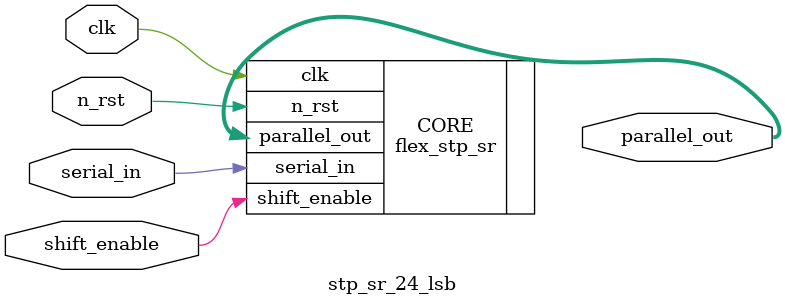
<source format=sv>

module stp_sr_24_lsb
(
  input wire clk,
  input wire n_rst,
  input wire serial_in,
  input wire shift_enable,
  output wire [23:0] parallel_out 
);

  flex_stp_sr #(
    .NUM_BITS(24),
    .SHIFT_MSB(0)
    )
  CORE(
    .clk(clk),
    .n_rst(n_rst),
    .serial_in(serial_in),
    .shift_enable(shift_enable),
    .parallel_out(parallel_out)
  );

endmodule

</source>
